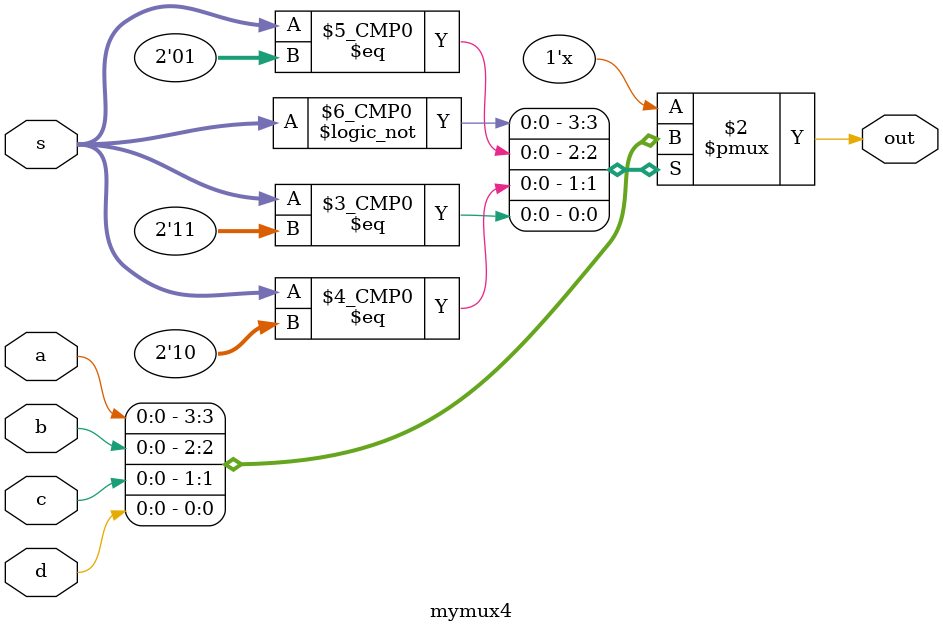
<source format=v>
module mymux4 ( input  a,b,c,d,
					 input  [1:0] s,
					 output reg out );		// sempre que estiver dentro de um always o out tem q ser reg;
	
/*	
	wire x0 = (s[0]) ? b : a;
	wire x1 = (s[0]) ? d : c;

	assign out = (s[1]) ? x1 : x0;	
*/

	always @(*) begin				// descricao de um circuito combinacional com always;
	
		case(s)	
			2'b00 : out = a;
			2'b01 : out = b;
			2'b10 : out = c;
			2'b11 : out = d;
		endcase	
	
	end
	
endmodule

</source>
